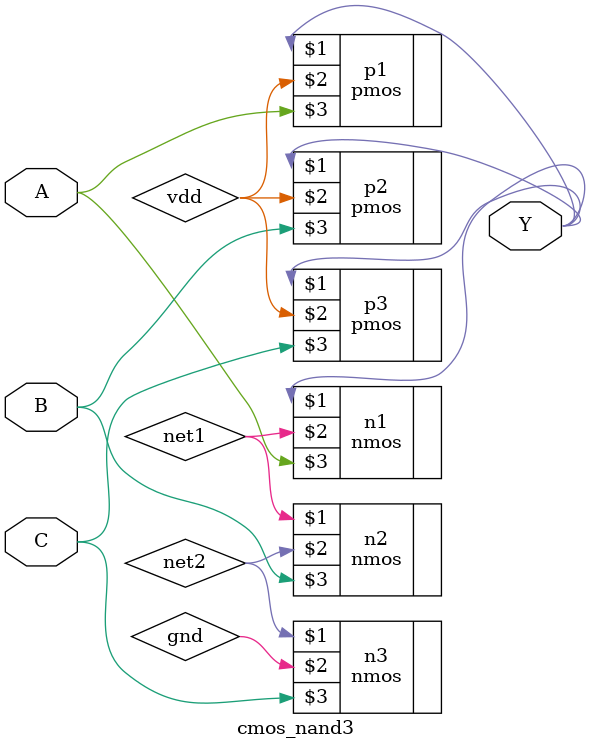
<source format=v>
module cmos_nand3(output Y, input A, B, C);
    pmos p1(Y, vdd, A);
    pmos p2(Y, vdd, B);
    pmos p3(Y, vdd, C);

    wire net1, net2;
    nmos n1(Y, net1, A);
    nmos n2(net1, net2, B);
    nmos n3(net2, gnd, C);
endmodule


</source>
